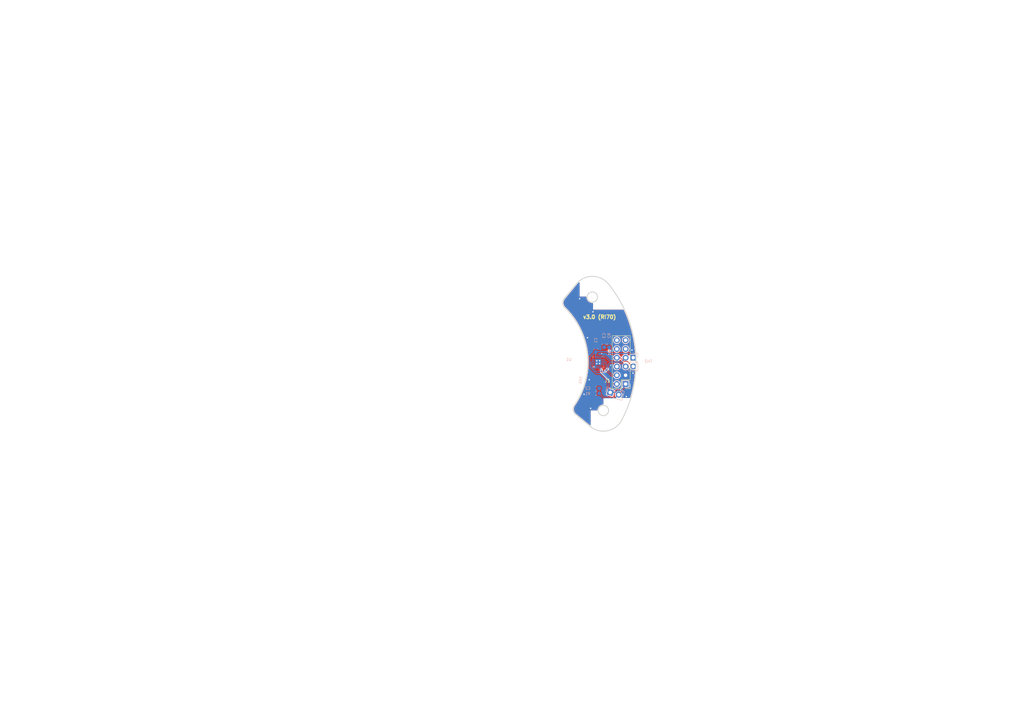
<source format=kicad_pcb>
(kicad_pcb (version 20211014) (generator pcbnew)
  (layers (0 "F.Cu" signal) (31 "B.Cu" signal) (34 "B.Paste" user) (35 "F.Paste" user) (36 "B.SilkS" user "B.Silkscreen") (37 "F.SilkS" user "F.Silkscreen") (38 "B.Mask" user) (39 "F.Mask" user) (44 "Edge.Cuts" user))
  (net 0 "")
  (net 1 "A")
  (net 2 "B")
  (net 3 "+3V3")
  (net 4 "VTEMP1")
  (net 5 "VTEMP2")
  (net 6 "GND")
  (net 7 "MGL")
  (net 8 "MGH")
  (footprint "footprints:PinHeader_2x06_P2.54mm_Vertical" (layer "F.Cu") (at 181.45 111.35 180)
    (fp_text reference "J1" (at 5.27 0.95) (layer "F.SilkS"))
    (fp_text value "Conn_02x06_Odd_Even")
    (fp_line (start 1.27 1.27) (end 1.27 -1.33) (layer "F.SilkS") (width 0.12))
    (fp_line (start -1.33 0) (end -1.33 -1.33) (layer "F.SilkS") (width 0.12))
    (fp_line (start -1.33 14.03) (end 3.87 14.03) (layer "F.SilkS") (width 0.12))
    (fp_line (start -1.33 1.27) (end -1.33 14.03) (layer "F.SilkS") (width 0.12))
    (fp_line (start -1.33 -1.33) (end 0 -1.33) (layer "F.SilkS") (width 0.12))
    (fp_line (start 3.87 -1.33) (end 3.87 14.03) (layer "F.SilkS") (width 0.12))
    (fp_line (start -1.33 1.27) (end 1.27 1.27) (layer "F.SilkS") (width 0.12))
    (fp_line (start 1.27 -1.33) (end 3.87 -1.33) (layer "F.SilkS") (width 0.12))
    (pad "1" thru_hole rect locked (at 0 0 180) (size 1.7 1.7) (drill 1) (layers *.Cu *.Mask) (net 3 "+3V3"))
    (pad "2" thru_hole oval locked (at 2.54 0 180) (size 1.7 1.7) (drill 1) (layers *.Cu *.Mask) (net 2 "B"))
    (pad "3" thru_hole oval locked (at 0 2.54 180) (size 1.7 1.7) (drill 1) (layers *.Cu *.Mask) (net 6 "GND"))
    (pad "4" thru_hole oval locked (at 2.54 2.54 180) (size 1.7 1.7) (drill 1) (layers *.Cu *.Mask) (net 1 "A"))
    (pad "5" thru_hole oval locked (at 0 5.08 180) (size 1.7 1.7) (drill 1) (layers *.Cu *.Mask) (net 7 "MGL"))
    (pad "6" thru_hole oval locked (at 2.54 5.08 180) (size 1.7 1.7) (drill 1) (layers *.Cu *.Mask) (net 4 "VTEMP1"))
    (pad "7" thru_hole oval locked (at 0 7.62 180) (size 1.7 1.7) (drill 1) (layers *.Cu *.Mask) (net 8 "MGH"))
    (pad "8" thru_hole oval locked (at 2.54 7.62 180) (size 1.7 1.7) (drill 1) (layers *.Cu *.Mask) (net 5 "VTEMP2"))
    (pad "9" thru_hole oval locked (at 0 10.16 180) (size 1.7 1.7) (drill 1) (layers *.Cu *.Mask))
    (pad "10" thru_hole oval locked (at 2.54 10.16 180) (size 1.7 1.7) (drill 1) (layers *.Cu *.Mask))
    (pad "11" thru_hole oval locked (at 0 12.7 180) (size 1.7 1.7) (drill 1) (layers *.Cu *.Mask))
    (pad "12" thru_hole oval locked (at 2.54 12.7 180) (size 1.7 1.7) (drill 1) (layers *.Cu *.Mask))
  )
  (footprint "footprints:C_0603_1608Metric_Pad1.08x0.95mm_HandSolder" (layer "B.Cu") (at 172.9 112.59 180)
    (fp_text reference "C2" (at 2.41 0 180) (layer "B.SilkS") (effects (font (size 0.8 0.8) (thickness 0.1)) (justify mirror)))
    (fp_text value "C")
    (fp_line (start -0.146267 0.51) (end 0.146267 0.51) (layer "B.SilkS") (width 0.12))
    (fp_line (start -0.146267 -0.51) (end 0.146267 -0.51) (layer "B.SilkS") (width 0.12))
    (pad "1" smd roundrect locked (at -0.8625 0 180) (size 1.075 0.95) (layers "B.Cu" "B.Paste" "B.Mask") (net 4 "VTEMP1"))
    (pad "2" smd roundrect locked (at 0.8625 0 180) (size 1.075 0.95) (layers "B.Cu" "B.Paste" "B.Mask") (net 6 "GND"))
  )
  (footprint "footprints:C_0603_1608Metric_Pad1.08x0.95mm_HandSolder" (layer "B.Cu") (at 172.8 101.2 90)
    (fp_text reference "C1" (at 2.5 0 270) (layer "B.SilkS") (effects (font (size 0.8 0.8) (thickness 0.1)) (justify mirror)))
    (fp_text value "1uF")
    (fp_line (start -0.146267 -0.51) (end 0.146267 -0.51) (layer "B.SilkS") (width 0.12))
    (fp_line (start -0.146267 0.51) (end 0.146267 0.51) (layer "B.SilkS") (width 0.12))
    (pad "1" smd roundrect locked (at -0.8625 0 90) (size 1.075 0.95) (layers "B.Cu" "B.Paste" "B.Mask") (net 3 "+3V3"))
    (pad "2" smd roundrect locked (at 0.8625 0 90) (size 1.075 0.95) (layers "B.Cu" "B.Paste" "B.Mask") (net 6 "GND"))
  )
  (footprint "footprints:R_0603_1608Metric_Pad0.98x0.95mm_HandSolder" (layer "B.Cu") (at 172.9 114.1 180)
    (fp_text reference "R1" (at 2.4075 -0.07) (layer "B.SilkS") (effects (font (size 0.8 0.8) (thickness 0.1)) (justify mirror)))
    (fp_text value "10k")
    (fp_line (start -0.254724 -0.5225) (end 0.254724 -0.5225) (layer "B.SilkS") (width 0.12))
    (fp_line (start -0.254724 0.5225) (end 0.254724 0.5225) (layer "B.SilkS") (width 0.12))
    (pad "1" smd roundrect locked (at -0.9125 0 180) (size 0.975 0.95) (layers "B.Cu" "B.Paste" "B.Mask") (net 4 "VTEMP1"))
    (pad "2" smd roundrect locked (at 0.9125 0 180) (size 0.975 0.95) (layers "B.Cu" "B.Paste" "B.Mask") (net 6 "GND"))
  )
  (footprint "footprints:C_0603_1608Metric_Pad1.08x0.95mm_HandSolder" (layer "B.Cu") (at 175.2 99.8 90)
    (fp_text reference "C3" (at 2.5 0 90) (layer "B.SilkS") (effects (font (size 0.8 0.8) (thickness 0.1)) (justify mirror)))
    (fp_text value "C")
    (fp_line (start -0.146267 -0.51) (end 0.146267 -0.51) (layer "B.SilkS") (width 0.12))
    (fp_line (start -0.146267 0.51) (end 0.146267 0.51) (layer "B.SilkS") (width 0.12))
    (pad "1" smd roundrect locked (at -0.8625 0 90) (size 1.075 0.95) (layers "B.Cu" "B.Paste" "B.Mask") (net 5 "VTEMP2"))
    (pad "2" smd roundrect locked (at 0.8625 0 90) (size 1.075 0.95) (layers "B.Cu" "B.Paste" "B.Mask") (net 6 "GND"))
  )
  (footprint "footprints:PinHeader_1x02_P2.54mm_Vertical" (layer "B.Cu") (at 183.67 103.705 180)
    (fp_text reference "TH2" (at -4.4 -1.075) (layer "B.SilkS") (effects (font (size 0.8 0.8) (thickness 0.1)) (justify mirror)))
    (fp_text value "NTC")
    (fp_line (start -1.33 0) (end -1.33 1.33) (layer "B.SilkS") (width 0.12))
    (fp_line (start -1.33 -1.27) (end 1.33 -1.27) (layer "B.SilkS") (width 0.12))
    (fp_line (start -1.33 1.33) (end 0 1.33) (layer "B.SilkS") (width 0.12))
    (fp_line (start -1.33 -1.27) (end -1.33 -3.87) (layer "B.SilkS") (width 0.12))
    (fp_line (start -1.33 -3.87) (end 1.33 -3.87) (layer "B.SilkS") (width 0.12))
    (fp_line (start 1.33 -1.27) (end 1.33 -3.87) (layer "B.SilkS") (width 0.12))
    (pad "1" thru_hole rect locked (at 0 0 180) (size 1.7 1.7) (drill 1) (layers *.Cu *.Mask) (net 3 "+3V3"))
    (pad "2" thru_hole oval locked (at 0 -2.54 180) (size 1.7 1.7) (drill 1) (layers *.Cu *.Mask) (net 5 "VTEMP2"))
  )
  (footprint "Package_DFN_QFN:VQFN-16-1EP_3x3mm_P0.5mm_EP1.8x1.8mm" (layer "B.Cu") (at 173.52 104.99 180)
    (fp_text reference "U1" (at 8.52 0.79) (layer "B.SilkS") (effects (font (size 0.8 0.8) (thickness 0.1)) (justify mirror)))
    (fp_text value "MA710")
    (fp_line (start -1.135 -1.61) (end -1.61 -1.61) (layer "B.SilkS") (width 0.12))
    (fp_line (start 1.61 -1.61) (end 1.61 -1.135) (layer "B.SilkS") (width 0.12))
    (fp_line (start -1.61 -1.61) (end -1.61 -1.135) (layer "B.SilkS") (width 0.12))
    (fp_line (start 1.61 1.61) (end 1.61 1.135) (layer "B.SilkS") (width 0.12))
    (fp_line (start 1.135 1.61) (end 1.61 1.61) (layer "B.SilkS") (width 0.12))
    (fp_line (start 1.135 -1.61) (end 1.61 -1.61) (layer "B.SilkS") (width 0.12))
    (fp_line (start -1.135 1.61) (end -1.61 1.61) (layer "B.SilkS") (width 0.12))
    (pad "1" smd roundrect locked (at -1.4875 0.75 180) (size 0.775 0.25) (layers "B.Cu" "B.Paste" "B.Mask"))
    (pad "2" smd roundrect locked (at -1.4875 0.25 180) (size 0.775 0.25) (layers "B.Cu" "B.Paste" "B.Mask") (net 1 "A"))
    (pad "3" smd roundrect locked (at -1.4875 -0.25 180) (size 0.775 0.25) (layers "B.Cu" "B.Paste" "B.Mask"))
    (pad "4" smd roundrect locked (at -1.4875 -0.75 180) (size 0.775 0.25) (layers "B.Cu" "B.Paste" "B.Mask"))
    (pad "5" smd roundrect locked (at -0.75 -1.4875 180) (size 0.25 0.775) (layers "B.Cu" "B.Paste" "B.Mask"))
    (pad "6" smd roundrect locked (at -0.25 -1.4875 180) (size 0.25 0.775) (layers "B.Cu" "B.Paste" "B.Mask") (net 2 "B"))
    (pad "7" smd roundrect locked (at 0.25 -1.4875 180) (size 0.25 0.775) (layers "B.Cu" "B.Paste" "B.Mask"))
    (pad "8" smd roundrect locked (at 0.75 -1.4875 180) (size 0.25 0.775) (layers "B.Cu" "B.Paste" "B.Mask") (net 6 "GND"))
    (pad "9" smd roundrect locked (at 1.4875 -0.75 180) (size 0.775 0.25) (layers "B.Cu" "B.Paste" "B.Mask"))
    (pad "10" smd roundrect locked (at 1.4875 -0.25 180) (size 0.775 0.25) (layers "B.Cu" "B.Paste" "B.Mask"))
    (pad "11" smd roundrect locked (at 1.4875 0.25 180) (size 0.775 0.25) (layers "B.Cu" "B.Paste" "B.Mask") (net 7 "MGL"))
    (pad "12" smd roundrect locked (at 1.4875 0.75 180) (size 0.775 0.25) (layers "B.Cu" "B.Paste" "B.Mask"))
    (pad "13" smd roundrect locked (at 0.75 1.4875 180) (size 0.25 0.775) (layers "B.Cu" "B.Paste" "B.Mask") (net 3 "+3V3"))
    (pad "14" smd roundrect locked (at 0.25 1.4875 180) (size 0.25 0.775) (layers "B.Cu" "B.Paste" "B.Mask"))
    (pad "15" smd roundrect locked (at -0.25 1.4875 180) (size 0.25 0.775) (layers "B.Cu" "B.Paste" "B.Mask"))
    (pad "16" smd roundrect locked (at -0.75 1.4875 180) (size 0.25 0.775) (layers "B.Cu" "B.Paste" "B.Mask") (net 8 "MGH"))
    (pad "17" smd rect locked (at 0 0 180) (size 1.8 1.8) (layers "B.Cu" "B.Mask") (net 6 "GND"))
  )
  (footprint "footprints:PinHeader_1x02_P2.54mm_Vertical" (layer "B.Cu") (at 177 113.8 -105)
    (fp_text reference "TH1" (at -1.2 9.225 75) (layer "B.SilkS") (effects (font (size 0.8 0.8) (thickness 0.1)) (justify mirror)))
    (fp_text value "NTC")
    (fp_line (start -1.33 -1.27) (end 1.33 -1.27) (layer "B.SilkS") (width 0.12))
    (fp_line (start -1.33 0) (end -1.33 1.33) (layer "B.SilkS") (width 0.12))
    (fp_line (start -1.33 -1.27) (end -1.33 -3.87) (layer "B.SilkS") (width 0.12))
    (fp_line (start 1.33 -1.27) (end 1.33 -3.87) (layer "B.SilkS") (width 0.12))
    (fp_line (start -1.33 1.33) (end 0 1.33) (layer "B.SilkS") (width 0.12))
    (fp_line (start -1.33 -3.87) (end 1.33 -3.87) (layer "B.SilkS") (width 0.12))
    (pad "1" thru_hole rect locked (at 0 0 255) (size 1.7 1.7) (drill 1) (layers *.Cu *.Mask) (net 3 "+3V3"))
    (pad "2" thru_hole oval locked (at 0 -2.54 255) (size 1.7 1.7) (drill 1) (layers *.Cu *.Mask) (net 4 "VTEMP1"))
  )
  (footprint "footprints:R_0603_1608Metric_Pad0.98x0.95mm_HandSolder" (layer "B.Cu") (at 176.7 99.8 90)
    (fp_text reference "R2" (at 2.5 0 90) (layer "B.SilkS") (effects (font (size 0.8 0.8) (thickness 0.1)) (justify mirror)))
    (fp_text value "10k")
    (fp_line (start -0.254724 -0.5225) (end 0.254724 -0.5225) (layer "B.SilkS") (width 0.12))
    (fp_line (start -0.254724 0.5225) (end 0.254724 0.5225) (layer "B.SilkS") (width 0.12))
    (pad "1" smd roundrect locked (at -0.9125 0 90) (size 0.975 0.95) (layers "B.Cu" "B.Paste" "B.Mask") (net 5 "VTEMP2"))
    (pad "2" smd roundrect locked (at 0.9125 0 90) (size 0.975 0.95) (layers "B.Cu" "B.Paste" "B.Mask") (net 6 "GND"))
  )
  (gr_arc (start 180.315321 121.845321) (mid 176.191478 124.920564) (end 171.201257 123.671203) (layer "Edge.Cuts") (width 0.25))
  (gr_circle (center 171.807437 86.109174) (end 173.307437 86.109174) (layer "Edge.Cuts") (width 0.25) (fill none))
  (gr_arc (start 176.468794 82.331377) (mid 184.331283 101.510189) (end 180.315321 121.845321) (layer "Edge.Cuts") (width 0.25))
  (gr_arc (start 163.843842 89.231533) (mid 163.241738 87.908797) (end 163.694097 86.527663) (layer "Edge.Cuts") (width 0.25))
  (gr_arc (start 166.97115 120.191604) (mid 166.260911 118.923645) (end 166.596602 117.509618) (layer "Edge.Cuts") (width 0.25))
  (gr_arc (start 167.173695 82.297555) (mid 171.829268 80.109213) (end 176.468794 82.331376) (layer "Edge.Cuts") (width 0.25))
  (gr_line (start 171.201257 123.671203) (end 166.971149 120.191604) (layer "Edge.Cuts") (width 0.25))
  (gr_circle (center 175.012876 119.037461) (end 176.512876 119.037461) (layer "Edge.Cuts") (width 0.25) (fill none))
  (gr_arc (start 163.843842 89.231534) (mid 170.397148 102.866623) (end 166.596602 117.509618) (layer "Edge.Cuts") (width 0.25))
  (gr_line (start 167.173696 82.297555) (end 163.694097 86.527663) (layer "Edge.Cuts") (width 0.25))
  (gr_text "v3.0 (RI70)" (at 173.9 91.9) (layer "F.SilkS") (effects (font (size 1.1 1.1) (thickness 0.275))))
  (segment (start 175.79 107.228215) (end 177.371785 108.81) (width 0.2) (layer "B.Cu") (net 1))
  (segment (start 177.371785 108.81) (end 178.91 108.81) (width 0.2) (layer "B.Cu") (net 1))
  (segment (start 175.536821 104.74) (end 175.79 104.993179) (width 0.2) (layer "B.Cu") (net 1))
  (segment (start 175.0075 104.74) (end 175.536821 104.74) (width 0.2) (layer "B.Cu") (net 1))
  (segment (start 175.79 104.993179) (end 175.79 107.228215) (width 0.2) (layer "B.Cu") (net 1))
  (segment (start 174.4 107.82) (end 177.93 111.35) (width 0.2) (layer "F.Cu") (net 2))
  (segment (start 177.93 111.35) (end 178.91 111.35) (width 0.2) (layer "F.Cu") (net 2))
  (segment (start 174.4 107.239737) (end 174.4 107.82) (width 0.2) (layer "F.Cu") (net 2))
  (via (at 174.4 107.239737) (size 0.4) (drill 0.2) (layers "F.Cu" "B.Cu") (net 2))
  (segment (start 174.236001 107.239737) (end 173.77 106.773736) (width 0.2) (layer "B.Cu") (net 2))
  (segment (start 174.4 107.239737) (end 174.236001 107.239737) (width 0.2) (layer "B.Cu") (net 2))
  (segment (start 173.77 106.773736) (end 173.77 106.4775) (width 0.2) (layer "B.Cu") (net 2))
  (segment (start 179.920069 113.330889) (end 178.986835 113.330889) (width 0.3) (layer "B.Cu") (net 3))
  (segment (start 177 113.8) (end 176.4 113.2) (width 0.3) (layer "B.Cu") (net 3))
  (segment (start 182.465 102.5) (end 176.5 102.5) (width 0.3) (layer "B.Cu") (net 3))
  (segment (start 171.04196 103.65804) (end 172.8 101.9) (width 0.3) (layer "B.Cu") (net 3))
  (segment (start 178.986835 113.330889) (end 178.517724 113.8) (width 0.3) (layer "B.Cu") (net 3))
  (segment (start 176.5 102.5) (end 175.9 101.9) (width 0.3) (layer "B.Cu") (net 3))
  (segment (start 179.92459 113.33541) (end 179.920069 113.330889) (width 0.3) (layer "B.Cu") (net 3))
  (segment (start 175.9 101.9) (end 172.8 101.9) (width 0.3) (layer "B.Cu") (net 3))
  (segment (start 176.4 110.5) (end 174.2 108.3) (width 0.3) (layer "B.Cu") (net 3))
  (segment (start 181.45 111.35) (end 181.45 111.81) (width 0.3) (layer "B.Cu") (net 3))
  (segment (start 171.04196 106.37444) (end 171.04196 103.65804) (width 0.3) (layer "B.Cu") (net 3))
  (segment (start 172.77 101.93) (end 172.77 103.5025) (width 0.3) (layer "B.Cu") (net 3))
  (segment (start 178.517724 113.8) (end 177 113.8) (width 0.3) (layer "B.Cu") (net 3))
  (segment (start 181.45 111.81) (end 179.92459 113.33541) (width 0.3) (layer "B.Cu") (net 3))
  (segment (start 183.67 103.705) (end 182.465 102.5) (width 0.3) (layer "B.Cu") (net 3))
  (segment (start 176.4 113.2) (end 176.4 110.5) (width 0.3) (layer "B.Cu") (net 3))
  (segment (start 174.2 108.3) (end 172.96752 108.3) (width 0.3) (layer "B.Cu") (net 3))
  (segment (start 172.96752 108.3) (end 171.04196 106.37444) (width 0.3) (layer "B.Cu") (net 3))
  (segment (start 172.8 101.9) (end 172.77 101.93) (width 0.3) (layer "B.Cu") (net 3))
  (segment (start 180.2 113.710852) (end 180.2 107.56) (width 0.2) (layer "F.Cu") (net 4))
  (segment (start 180.2 107.56) (end 178.91 106.27) (width 0.2) (layer "F.Cu") (net 4))
  (segment (start 179.453452 114.4574) (end 180.2 113.710852) (width 0.2) (layer "F.Cu") (net 4))
  (segment (start 173.8125 114.1) (end 173.8125 112.64) (width 0.2) (layer "B.Cu") (net 4))
  (segment (start 179.453452 114.4574) (end 178.510852 115.4) (width 0.2) (layer "B.Cu") (net 4))
  (segment (start 173.8125 112.64) (end 173.7625 112.59) (width 0.2) (layer "B.Cu") (net 4))
  (segment (start 173.8125 114.1125) (end 173.8125 114.1) (width 0.2) (layer "B.Cu") (net 4))
  (segment (start 178.510852 115.4) (end 175.1 115.4) (width 0.2) (layer "B.Cu") (net 4))
  (segment (start 175.1 115.4) (end 173.8125 114.1125) (width 0.2) (layer "B.Cu") (net 4))
  (segment (start 178.91 103.73) (end 179.927582 103.73) (width 0.2) (layer "F.Cu") (net 5))
  (segment (start 176.7 102.9) (end 177.53 103.73) (width 0.2) (layer "F.Cu") (net 5))
  (segment (start 179.927582 103.73) (end 181.004093 104.806511) (width 0.2) (layer "F.Cu") (net 5))
  (segment (start 183.445 106.245) (end 183.67 106.245) (width 0.2) (layer "F.Cu") (net 5))
  (segment (start 181.004093 104.806511) (end 182.006511 104.806511) (width 0.2) (layer "F.Cu") (net 5))
  (segment (start 176.7 101.7) (end 176.7 102.9) (width 0.2) (layer "F.Cu") (net 5))
  (segment (start 182.006511 104.806511) (end 183.445 106.245) (width 0.2) (layer "F.Cu") (net 5))
  (segment (start 177.53 103.73) (end 178.91 103.73) (width 0.2) (layer "F.Cu") (net 5))
  (via (at 176.7 101.7) (size 0.4) (drill 0.3) (layers "F.Cu" "B.Cu") (net 5))
  (segment (start 175.2 100.6625) (end 176.65 100.6625) (width 0.2) (layer "B.Cu") (net 5))
  (segment (start 176.65 100.6625) (end 176.7 100.7125) (width 0.2) (layer "B.Cu") (net 5))
  (segment (start 176.7 100.7125) (end 176.7 101.7) (width 0.2) (layer "B.Cu") (net 5))
  (via (at 170.9 110.1) (size 0.8) (drill 0.4) (layers "F.Cu" "B.Cu") (net 6))
  (via (at 173.9 104.6) (size 0.8) (drill 0.4) (layers "F.Cu" "B.Cu") (net 6))
  (via (at 169.4 114.33) (size 0.8) (drill 0.4) (layers "F.Cu" "B.Cu") (net 6))
  (via (at 183.59 108.17) (size 0.8) (drill 0.4) (layers "F.Cu" "B.Cu") (net 6))
  (via (at 170.4 97.9) (size 0.8) (drill 0.4) (layers "F.Cu" "B.Cu") (net 6))
  (via (at 174.5 102.5) (size 0.4) (drill 0.3) (layers "F.Cu" "B.Cu") (net 6))
  (via (at 181.66 114.99) (size 0.8) (drill 0.4) (layers "F.Cu" "B.Cu") (net 6))
  (via (at 183.3 101.5) (size 0.8) (drill 0.4) (layers "F.Cu" "B.Cu") (net 6))
  (via (at 177.1 105.9) (size 0.4) (drill 0.3) (layers "F.Cu" "B.Cu") (net 6))
  (via (at 172 90.4) (size 0.8) (drill 0.4) (layers "F.Cu" "B.Cu") (net 6))
  (via (at 173.1 105.4) (size 0.8) (drill 0.4) (layers "F.Cu" "B.Cu") (net 6))
  (via (at 171.3 118.4) (size 0.8) (drill 0.4) (layers "F.Cu" "B.Cu") (net 6))
  (via (at 168.1 86.6) (size 0.8) (drill 0.4) (layers "F.Cu" "B.Cu") (net 6))
  (via (at 173.9 105.4) (size 0.8) (drill 0.4) (layers "F.Cu" "B.Cu") (net 6))
  (via (at 172.3 106.3) (size 0.4) (drill 0.3) (layers "F.Cu" "B.Cu") (net 6))
  (via (at 173.1 104.6) (size 0.8) (drill 0.4) (layers "F.Cu" "B.Cu") (net 6))
  (segment (start 172.77 105.74) (end 173.52 104.99) (width 0.2) (layer "B.Cu") (net 6))
  (segment (start 172.77 106.4775) (end 172.77 105.74) (width 0.4) (layer "B.Cu") (net 6))
  (segment (start 172.77 105.73) (end 173.5 105) (width 0.2) (layer "B.Cu") (net 6))
  (segment (start 176.192071 107.007929) (end 176.243571 107.007929) (width 0.2) (layer "F.Cu") (net 7))
  (segment (start 175.579303 107.620697) (end 176.192071 107.007929) (width 0.2) (layer "F.Cu") (net 7))
  (via (at 176.243571 107.007929) (size 0.4) (drill 0.2) (layers "F.Cu" "B.Cu") (net 7))
  (via (at 175.579303 107.620697) (size 0.4) (drill 0.2) (layers "F.Cu" "B.Cu") (net 7))
  (segment (start 176.243571 105.756429) (end 176.866969 105.133031) (width 0.2) (layer "B.Cu") (net 7))
  (segment (start 171.41848 105.057784) (end 171.736264 104.74) (width 0.2) (layer "B.Cu") (net 7))
  (segment (start 172.866237 107.666237) (end 171.41848 106.21848) (width 0.2) (layer "B.Cu") (net 7))
  (segment (start 175.579303 107.620697) (end 175.533763 107.666237) (width 0.2) (layer "B.Cu") (net 7))
  (segment (start 180.313031 105.133031) (end 181.45 106.27) (width 0.2) (layer "B.Cu") (net 7))
  (segment (start 171.736264 104.74) (end 172.0325 104.74) (width 0.2) (layer "B.Cu") (net 7))
  (segment (start 176.243571 107.007929) (end 176.243571 105.756429) (width 0.2) (layer "B.Cu") (net 7))
  (segment (start 175.533763 107.666237) (end 172.866237 107.666237) (width 0.2) (layer "B.Cu") (net 7))
  (segment (start 171.41848 106.21848) (end 171.41848 105.057784) (width 0.2) (layer "B.Cu") (net 7))
  (segment (start 176.866969 105.133031) (end 180.313031 105.133031) (width 0.2) (layer "B.Cu") (net 7))
  (segment (start 176.906511 104.806511) (end 175.6025 103.5025) (width 0.2) (layer "B.Cu") (net 8))
  (segment (start 180.373489 104.806511) (end 176.906511 104.806511) (width 0.2) (layer "B.Cu") (net 8))
  (segment (start 181.45 103.73) (end 180.373489 104.806511) (width 0.2) (layer "B.Cu") (net 8))
  (segment (start 175.6025 103.5025) (end 174.27 103.5025) (width 0.2) (layer "B.Cu") (net 8))
  (zone (net 6) (net_name "GND") (layers F&B.Cu) (connect_pads yes (clearance 0.254)) (min_thickness 0.254) (fill yes (thermal_gap 0.508) (thermal_bridge_width 0.508))
    (polygon (pts (xy 168.1 86) (xy 172 86) (xy 172 89.8) (xy 185 89.8) (xy 185 115.4) (xy 175 115.4) (xy 175 119) (xy 171.3 119) (xy 171.3 124) (xy 160 124) (xy 160 80.8) (xy 168.1 80.8)))
  )
)
</source>
